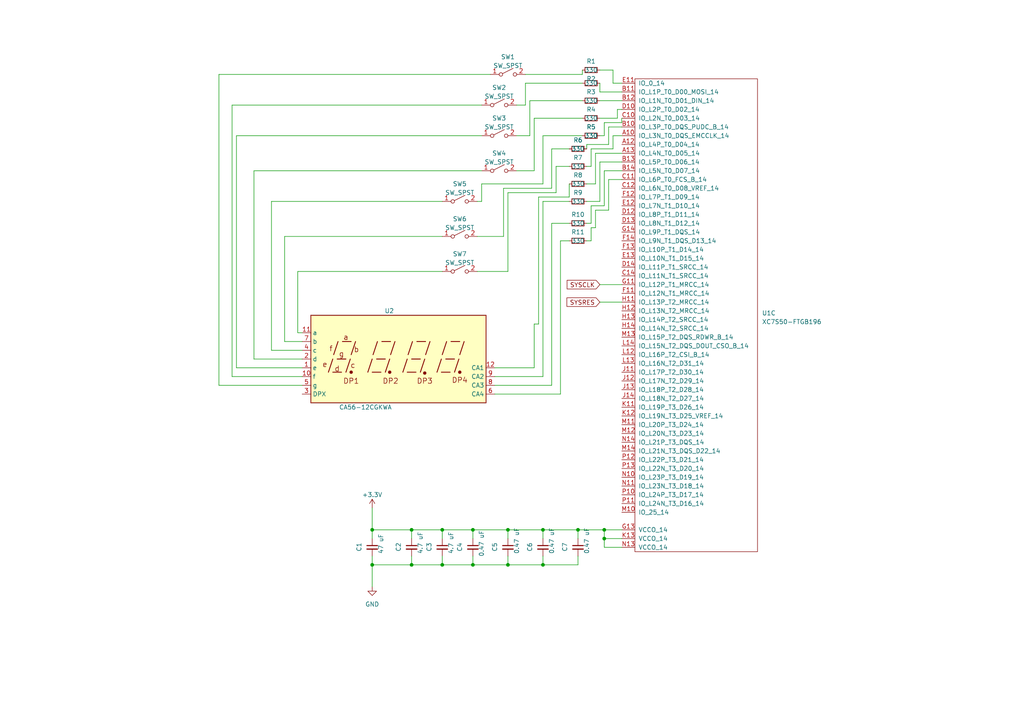
<source format=kicad_sch>
(kicad_sch (version 20230121) (generator eeschema)
  (paper "A4")
  (title_block (title "FPGA Vending Machine Project Schematic") (date "15/06/23"))
  (lib_symbols
    (symbol "Device:C_Small" (pin_numbers hide) (pin_names (offset 0.254) hide)
      (property "Reference" "C" (at 0.254 1.778 0))
      (property "Value" "C_Small" (at 0.254 -2.032 0))
      (symbol "C_Small_0_1"
        (polyline (pts (xy -1.524 -0.508) (xy 1.524 -0.508)) (stroke (width 0.3302)))
        (polyline (pts (xy -1.524 0.508) (xy 1.524 0.508)) (stroke (width 0.3048)))
      )
      (symbol "C_Small_1_1"
        (pin passive line (at 0 2.54 270) (length 2.032) (name "~") (number "1"))
        (pin passive line (at 0 -2.54 90) (length 2.032) (name "~") (number "2"))
      )
    )
    (symbol "Device:R_Small" (pin_numbers hide) (pin_names (offset 0.254) hide)
      (property "Reference" "R" (at 0.762 0.508 0))
      (property "Value" "R_Small" (at 0.762 -1.016 0))
      (symbol "R_Small_0_1"
        (rectangle (start -0.762 1.778) (end 0.762 -1.778) (stroke (width 0.2032)))
      )
      (symbol "R_Small_1_1"
        (pin passive line (at 0 2.54 270) (length 0.762) (name "~") (number "1"))
        (pin passive line (at 0 -2.54 90) (length 0.762) (name "~") (number "2"))
      )
    )
    (symbol "Display_Character:CA56-12CGKWA"
      (property "Reference" "U" (at -24.13 13.97 0))
      (property "Value" "CA56-12CGKWA" (at 17.78 13.97 0))
      (symbol "CA56-12CGKWA_0_0"
        (rectangle (start -25.4 12.7) (end 25.4 -12.7) (stroke (width 0.254)) (fill (type background)))
        (polyline (pts (xy -20.32 -3.81) (xy -19.05 0)) (stroke (width 0.254)))
        (polyline (pts (xy -19.05 -3.81) (xy -16.51 -3.81)) (stroke (width 0.254)))
        (polyline (pts (xy -18.796 1.27) (xy -17.526 5.08)) (stroke (width 0.254)))
        (polyline (pts (xy -17.78 0) (xy -15.24 0)) (stroke (width 0.254)))
        (polyline (pts (xy -16.256 5.08) (xy -13.716 5.08)) (stroke (width 0.254)))
        (polyline (pts (xy -15.24 -3.81) (xy -13.97 0)) (stroke (width 0.254)))
        (polyline (pts (xy -13.716 1.27) (xy -12.446 5.08)) (stroke (width 0.254)))
        (polyline (pts (xy -8.89 -3.81) (xy -7.62 0)) (stroke (width 0.254)))
        (polyline (pts (xy -7.62 -3.81) (xy -5.08 -3.81)) (stroke (width 0.254)))
        (polyline (pts (xy -7.366 1.27) (xy -6.096 5.08)) (stroke (width 0.254)))
        (polyline (pts (xy -6.35 0) (xy -3.81 0)) (stroke (width 0.254)))
        (polyline (pts (xy -4.826 5.08) (xy -2.286 5.08)) (stroke (width 0.254)))
        (polyline (pts (xy -3.81 -3.81) (xy -2.54 0)) (stroke (width 0.254)))
        (polyline (pts (xy -2.286 1.27) (xy -1.016 5.08)) (stroke (width 0.254)))
        (polyline (pts (xy 1.27 -3.81) (xy 2.54 0)) (stroke (width 0.254)))
        (polyline (pts (xy 2.54 -3.81) (xy 5.08 -3.81)) (stroke (width 0.254)))
        (polyline (pts (xy 2.794 1.27) (xy 4.064 5.08)) (stroke (width 0.254)))
        (polyline (pts (xy 3.81 0) (xy 6.35 0)) (stroke (width 0.254)))
        (polyline (pts (xy 5.334 5.08) (xy 7.874 5.08)) (stroke (width 0.254)))
        (polyline (pts (xy 6.35 -3.81) (xy 7.62 0)) (stroke (width 0.254)))
        (polyline (pts (xy 7.874 1.27) (xy 9.144 5.08)) (stroke (width 0.254)))
        (polyline (pts (xy 11.176 -3.81) (xy 12.446 0)) (stroke (width 0.254)))
        (polyline (pts (xy 12.446 -3.81) (xy 14.986 -3.81)) (stroke (width 0.254)))
        (polyline (pts (xy 12.7 1.27) (xy 13.97 5.08)) (stroke (width 0.254)))
        (polyline (pts (xy 13.716 0) (xy 16.256 0)) (stroke (width 0.254)))
        (polyline (pts (xy 15.24 5.08) (xy 17.78 5.08)) (stroke (width 0.254)))
        (polyline (pts (xy 16.256 -3.81) (xy 17.526 0)) (stroke (width 0.254)))
        (polyline (pts (xy 17.78 1.27) (xy 19.05 5.08)) (stroke (width 0.254)))
        (text "a" (at -15.24 6.35 0) (effects (font (size 1.524 1.524))))
        (text "b" (at -12.192 2.794 0) (effects (font (size 1.524 1.524))))
        (text "c" (at -13.208 -1.778 0) (effects (font (size 1.524 1.524))))
        (text "d" (at -17.78 -2.794 0) (effects (font (size 1.524 1.524))))
        (text "DP1" (at -13.716 -6.35 0) (effects (font (size 1.524 1.524))))
        (text "DP2" (at -2.286 -6.35 0) (effects (font (size 1.524 1.524))))
        (text "DP3" (at 7.62 -6.35 0) (effects (font (size 1.524 1.524))))
        (text "DP4" (at 17.78 -6.096 0) (effects (font (size 1.524 1.524))))
        (text "e" (at -21.336 -1.524 0) (effects (font (size 1.524 1.524))))
        (text "f" (at -19.558 3.048 0) (effects (font (size 1.524 1.524))))
        (text "g" (at -16.51 1.524 0) (effects (font (size 1.524 1.524))))
      )
      (symbol "CA56-12CGKWA_0_1"
        (circle (center -13.716 -3.81) (radius 0.3556) (stroke (width 0.254)) (fill (type outline)))
        (circle (center -2.54 -3.81) (radius 0.3556) (stroke (width 0.254)) (fill (type outline)))
      )
      (symbol "CA56-12CGKWA_1_0"
        (circle (center 7.62 -4.064) (radius 0.3556) (stroke (width 0.254)) (fill (type outline)))
        (circle (center 17.78 -3.81) (radius 0.3556) (stroke (width 0.254)) (fill (type outline)))
      )
      (symbol "CA56-12CGKWA_1_1"
        (pin input line (at -27.94 -2.54 0) (length 2.54) (name "e") (number "1"))
        (pin input line (at -27.94 -5.08 0) (length 2.54) (name "f") (number "10"))
        (pin input line (at -27.94 7.62 0) (length 2.54) (name "a") (number "11"))
        (pin input line (at 27.94 -2.54 180) (length 2.54) (name "CA1") (number "12"))
        (pin input line (at -27.94 0 0) (length 2.54) (name "d") (number "2"))
        (pin input line (at -27.94 -10.16 0) (length 2.54) (name "DPX") (number "3"))
        (pin input line (at -27.94 2.54 0) (length 2.54) (name "c") (number "4"))
        (pin input line (at -27.94 -7.62 0) (length 2.54) (name "g") (number "5"))
        (pin input line (at 27.94 -10.16 180) (length 2.54) (name "CA4") (number "6"))
        (pin input line (at -27.94 5.08 0) (length 2.54) (name "b") (number "7"))
        (pin input line (at 27.94 -7.62 180) (length 2.54) (name "CA3") (number "8"))
        (pin input line (at 27.94 -5.08 180) (length 2.54) (name "CA2") (number "9"))
      )
    )
    (symbol "FPGA_project_parts:XC7S50-FTGB196" (pin_names (offset 1.016))
      (property "Reference" "U" (at -1.27 69.85 0))
      (property "Value" "XC7S50-FTGB196" (at 0 -69.85 0))
      (symbol "XC7S50-FTGB196_1_1"
        (rectangle (start -7.62 31.75) (end 7.62 -31.75))
        (pin power_in line (at -11.43 30.48 0) (length 3.81) (name "GND") (number "A1"))
        (pin power_in line (at -11.43 22.86 0) (length 3.81) (name "GND") (number "A11"))
        (pin power_in line (at -11.43 20.32 0) (length 3.81) (name "GND") (number "A14"))
        (pin power_in line (at -11.43 27.94 0) (length 3.81) (name "GND") (number "A6"))
        (pin power_in line (at -11.43 25.4 0) (length 3.81) (name "GND") (number "A9"))
        (pin power_in line (at -11.43 17.78 0) (length 3.81) (name "GND") (number "B4"))
        (pin power_in line (at -11.43 15.24 0) (length 3.81) (name "GND") (number "B7"))
        (pin power_in line (at -11.43 12.7 0) (length 3.81) (name "GND") (number "B9"))
        (pin power_in line (at -11.43 -2.54 0) (length 3.81) (name "GND") (number "C13"))
        (pin power_in line (at -11.43 10.16 0) (length 3.81) (name "GND") (number "C2"))
        (pin power_in line (at -11.43 7.62 0) (length 3.81) (name "GND") (number "C6"))
        (pin power_in line (at -11.43 5.08 0) (length 3.81) (name "GND") (number "C7"))
        (pin power_in line (at -11.43 2.54 0) (length 3.81) (name "GND") (number "C8"))
        (pin power_in line (at -11.43 0 0) (length 3.81) (name "GND") (number "C9"))
        (pin power_in line (at -11.43 -12.7 0) (length 3.81) (name "GND") (number "D11"))
        (pin power_in line (at -11.43 -5.08 0) (length 3.81) (name "GND") (number "D5"))
        (pin power_in line (at -11.43 -7.62 0) (length 3.81) (name "GND") (number "D7"))
        (pin power_in line (at -11.43 -10.16 0) (length 3.81) (name "GND") (number "D9"))
        (pin power_in line (at -11.43 -15.24 0) (length 3.81) (name "GND") (number "E1"))
        (pin power_in line (at -11.43 -25.4 0) (length 3.81) (name "GND") (number "E10"))
        (pin power_in line (at -11.43 -27.94 0) (length 3.81) (name "GND") (number "E14"))
        (pin power_in line (at -11.43 -17.78 0) (length 3.81) (name "GND") (number "E3"))
        (pin power_in line (at -11.43 -20.32 0) (length 3.81) (name "GND") (number "E6"))
        (pin power_in line (at -11.43 -22.86 0) (length 3.81) (name "GND") (number "E8"))
        (pin power_in line (at 11.43 20.32 180) (length 3.81) (name "GND") (number "F5"))
        (pin power_in line (at 11.43 22.86 180) (length 3.81) (name "GND") (number "F9"))
        (pin power_in line (at 11.43 30.48 180) (length 3.81) (name "GND") (number "G10"))
        (pin power_in line (at -11.43 -30.48 0) (length 3.81) (name "GND") (number "G12"))
        (pin power_in line (at 11.43 25.4 180) (length 3.81) (name "GND") (number "G3"))
        (pin power_in line (at 11.43 27.94 180) (length 3.81) (name "GND") (number "G6"))
        (pin power_in line (at 11.43 0 180) (length 3.81) (name "GND") (number "H5"))
        (pin power_in line (at 11.43 2.54 180) (length 3.81) (name "GND") (number "H9"))
        (pin power_in line (at 11.43 7.62 180) (length 3.81) (name "GND") (number "J10"))
        (pin power_in line (at 11.43 5.08 180) (length 3.81) (name "GND") (number "J6"))
        (pin power_in line (at 11.43 10.16 180) (length 3.81) (name "GND") (number "K1"))
        (pin power_in line (at 11.43 -2.54 180) (length 3.81) (name "GND") (number "K14"))
        (pin power_in line (at 11.43 12.7 180) (length 3.81) (name "GND") (number "K5"))
        (pin power_in line (at 11.43 15.24 180) (length 3.81) (name "GND") (number "K7"))
        (pin power_in line (at 11.43 17.78 180) (length 3.81) (name "GND") (number "K9"))
        (pin power_in line (at 11.43 -12.7 180) (length 3.81) (name "GND") (number "L10"))
        (pin power_in line (at 11.43 -15.24 180) (length 3.81) (name "GND") (number "L11"))
        (pin power_in line (at 11.43 -5.08 180) (length 3.81) (name "GND") (number "L4"))
        (pin power_in line (at 11.43 -7.62 180) (length 3.81) (name "GND") (number "L6"))
        (pin power_in line (at 11.43 -10.16 180) (length 3.81) (name "GND") (number "L8"))
        (pin power_in line (at 11.43 -25.4 180) (length 3.81) (name "GND") (number "N12"))
        (pin power_in line (at 11.43 -17.78 180) (length 3.81) (name "GND") (number "N3"))
        (pin power_in line (at 11.43 -20.32 180) (length 3.81) (name "GND") (number "N5"))
        (pin power_in line (at 11.43 -22.86 180) (length 3.81) (name "GND") (number "N9"))
        (pin power_in line (at 11.43 -27.94 180) (length 3.81) (name "GND") (number "P1"))
        (pin power_in line (at 11.43 -30.48 180) (length 3.81) (name "GND") (number "P14"))
      )
      (symbol "XC7S50-FTGB196_2_1"
        (rectangle (start 10.16 12.7) (end -11.43 -12.7))
        (pin power_in line (at 13.97 11.43 180) (length 3.81) (name "VCCINT") (number "D6"))
        (pin power_in line (at 13.97 8.89 180) (length 3.81) (name "VCCINT") (number "D8"))
        (pin power_in line (at -15.24 -6.35 0) (length 3.81) (name "VCCBRAM") (number "E5"))
        (pin power_in line (at 13.97 6.35 180) (length 3.81) (name "VCCINT") (number "E7"))
        (pin power_in line (at 13.97 3.81 180) (length 3.81) (name "VCCINT") (number "E9"))
        (pin power_in line (at -15.24 11.43 0) (length 3.81) (name "VCCAUX") (number "F10"))
        (pin power_in line (at 13.97 1.27 180) (length 3.81) (name "VCCINT") (number "F6"))
        (pin power_in line (at -15.24 -8.89 0) (length 3.81) (name "VCCBRAM") (number "G5"))
        (pin power_in line (at 13.97 -1.27 180) (length 3.81) (name "VCCINT") (number "G9"))
        (pin power_in line (at -15.24 8.89 0) (length 3.81) (name "VCCAUX") (number "H10"))
        (pin power_in line (at 13.97 -3.81 180) (length 3.81) (name "VCCINT") (number "H6"))
        (pin power_in line (at -15.24 -11.43 0) (length 3.81) (name "VCCBRAM") (number "J5"))
        (pin power_in line (at 13.97 -6.35 180) (length 3.81) (name "VCCINT") (number "J9"))
        (pin power_in line (at -15.24 6.35 0) (length 3.81) (name "VCCAUX") (number "K10"))
        (pin power_in line (at 13.97 -8.89 180) (length 3.81) (name "VCCINT") (number "K6"))
        (pin power_in line (at 13.97 -11.43 180) (length 3.81) (name "VCCINT") (number "K8"))
        (pin power_in line (at -15.24 3.81 0) (length 3.81) (name "VCCAUX") (number "L9"))
      )
      (symbol "XC7S50-FTGB196_3_1"
        (rectangle (start -17.78 68.58) (end 17.78 -68.58))
        (pin bidirectional line (at -21.59 52.07 0) (length 3.81) (name "IO_L3N_T0_DQS_EMCCLK_14") (number "A10"))
        (pin bidirectional line (at -21.59 49.53 0) (length 3.81) (name "IO_L4P_T0_D04_14") (number "A12"))
        (pin bidirectional line (at -21.59 46.99 0) (length 3.81) (name "IO_L4N_T0_D05_14") (number "A13"))
        (pin bidirectional line (at -21.59 54.61 0) (length 3.81) (name "IO_L3P_T0_DQS_PUDC_B_14") (number "B10"))
        (pin bidirectional line (at -21.59 64.77 0) (length 3.81) (name "IO_L1P_T0_D00_MOSI_14") (number "B11"))
        (pin bidirectional line (at -21.59 62.23 0) (length 3.81) (name "IO_L1N_T0_D01_DIN_14") (number "B12"))
        (pin bidirectional line (at -21.59 44.45 0) (length 3.81) (name "IO_L5P_T0_D06_14") (number "B13"))
        (pin bidirectional line (at -21.59 41.91 0) (length 3.81) (name "IO_L5N_T0_D07_14") (number "B14"))
        (pin bidirectional line (at -21.59 57.15 0) (length 3.81) (name "IO_L2N_T0_D03_14") (number "C10"))
        (pin bidirectional line (at -21.59 39.37 0) (length 3.81) (name "IO_L6P_T0_FCS_B_14") (number "C11"))
        (pin bidirectional line (at -21.59 36.83 0) (length 3.81) (name "IO_L6N_T0_D08_VREF_14") (number "C12"))
        (pin bidirectional line (at -21.59 11.43 0) (length 3.81) (name "IO_L11N_T1_SRCC_14") (number "C14"))
        (pin bidirectional line (at -21.59 59.69 0) (length 3.81) (name "IO_L2P_T0_D02_14") (number "D10"))
        (pin bidirectional line (at -21.59 29.21 0) (length 3.81) (name "IO_L8P_T1_D11_14") (number "D12"))
        (pin bidirectional line (at -21.59 26.67 0) (length 3.81) (name "IO_L8N_T1_D12_14") (number "D13"))
        (pin bidirectional line (at -21.59 13.97 0) (length 3.81) (name "IO_L11P_T1_SRCC_14") (number "D14"))
        (pin bidirectional line (at -21.59 67.31 0) (length 3.81) (name "IO_0_14") (number "E11"))
        (pin bidirectional line (at -21.59 31.75 0) (length 3.81) (name "IO_L7N_T1_D10_14") (number "E12"))
        (pin bidirectional line (at -21.59 16.51 0) (length 3.81) (name "IO_L10N_T1_D15_14") (number "E13"))
        (pin bidirectional line (at -21.59 6.35 0) (length 3.81) (name "IO_L12N_T1_MRCC_14") (number "F11"))
        (pin bidirectional line (at -21.59 34.29 0) (length 3.81) (name "IO_L7P_T1_D09_14") (number "F12"))
        (pin bidirectional line (at -21.59 19.05 0) (length 3.81) (name "IO_L10P_T1_D14_14") (number "F13"))
        (pin bidirectional line (at -21.59 21.59 0) (length 3.81) (name "IO_L9N_T1_DQS_D13_14") (number "F14"))
        (pin bidirectional line (at -21.59 8.89 0) (length 3.81) (name "IO_L12P_T1_MRCC_14") (number "G11"))
        (pin power_in line (at -21.59 -62.23 0) (length 3.81) (name "VCCO_14") (number "G13"))
        (pin bidirectional line (at -21.59 24.13 0) (length 3.81) (name "IO_L9P_T1_DQS_14") (number "G14"))
        (pin bidirectional line (at -21.59 3.81 0) (length 3.81) (name "IO_L13P_T2_MRCC_14") (number "H11"))
        (pin bidirectional line (at -21.59 1.27 0) (length 3.81) (name "IO_L13N_T2_MRCC_14") (number "H12"))
        (pin bidirectional line (at -21.59 -1.27 0) (length 3.81) (name "IO_L14P_T2_SRCC_14") (number "H13"))
        (pin bidirectional line (at -21.59 -3.81 0) (length 3.81) (name "IO_L14N_T2_SRCC_14") (number "H14"))
        (pin bidirectional line (at -21.59 -16.51 0) (length 3.81) (name "IO_L17P_T2_D30_14") (number "J11"))
        (pin bidirectional line (at -21.59 -19.05 0) (length 3.81) (name "IO_L17N_T2_D29_14") (number "J12"))
        (pin bidirectional line (at -21.59 -21.59 0) (length 3.81) (name "IO_L18P_T2_D28_14") (number "J13"))
        (pin bidirectional line (at -21.59 -24.13 0) (length 3.81) (name "IO_L18N_T2_D27_14") (number "J14"))
        (pin bidirectional line (at -21.59 -26.67 0) (length 3.81) (name "IO_L19P_T3_D26_14") (number "K11"))
        (pin bidirectional line (at -21.59 -29.21 0) (length 3.81) (name "IO_L19N_T3_D25_VREF_14") (number "K12"))
        (pin power_in line (at -21.59 -64.77 0) (length 3.81) (name "VCCO_14") (number "K13"))
        (pin bidirectional line (at -21.59 -11.43 0) (length 3.81) (name "IO_L16P_T2_CSI_B_14") (number "L12"))
        (pin bidirectional line (at -21.59 -13.97 0) (length 3.81) (name "IO_L16N_T2_D31_14") (number "L13"))
        (pin bidirectional line (at -21.59 -8.89 0) (length 3.81) (name "IO_L15N_T2_DQS_DOUT_CSO_B_14") (number "L14"))
        (pin bidirectional line (at -21.59 -57.15 0) (length 3.81) (name "IO_25_14") (number "M10"))
        (pin bidirectional line (at -21.59 -31.75 0) (length 3.81) (name "IO_L20P_T3_D24_14") (number "M11"))
        (pin bidirectional line (at -21.59 -34.29 0) (length 3.81) (name "IO_L20N_T3_D23_14") (number "M12"))
        (pin bidirectional line (at -21.59 -6.35 0) (length 3.81) (name "IO_L15P_T2_DQS_RDWR_B_14") (number "M13"))
        (pin bidirectional line (at -21.59 -39.37 0) (length 3.81) (name "IO_L21N_T3_DQS_D22_14") (number "M14"))
        (pin bidirectional line (at -21.59 -46.99 0) (length 3.81) (name "IO_L23P_T3_D19_14") (number "N10"))
        (pin bidirectional line (at -21.59 -49.53 0) (length 3.81) (name "IO_L23N_T3_D18_14") (number "N11"))
        (pin power_in line (at -21.59 -67.31 0) (length 3.81) (name "VCCO_14") (number "N13"))
        (pin bidirectional line (at -21.59 -36.83 0) (length 3.81) (name "IO_L21P_T3_DQS_14") (number "N14"))
        (pin bidirectional line (at -21.59 -52.07 0) (length 3.81) (name "IO_L24P_T3_D17_14") (number "P10"))
        (pin bidirectional line (at -21.59 -54.61 0) (length 3.81) (name "IO_L24N_T3_D16_14") (number "P11"))
        (pin bidirectional line (at -21.59 -41.91 0) (length 3.81) (name "IO_L22P_T3_D21_14") (number "P12"))
        (pin bidirectional line (at -21.59 -44.45 0) (length 3.81) (name "IO_L22N_T3_D20_14") (number "P13"))
      )
      (symbol "XC7S50-FTGB196_4_1"
        (rectangle (start -17.78 68.58) (end 17.78 -68.58))
        (pin bidirectional line (at -21.59 52.07 0) (length 3.81) (name "IO_L3N_T0_DQS_34") (number "A2"))
        (pin bidirectional line (at -21.59 57.15 0) (length 3.81) (name "IO_L2N_T0_34") (number "A3"))
        (pin bidirectional line (at -21.59 59.69 0) (length 3.81) (name "IO_L2P_T0_34") (number "A4"))
        (pin bidirectional line (at -21.59 46.99 0) (length 3.81) (name "IO_L4N_T0_34") (number "A5"))
        (pin bidirectional line (at -21.59 41.91 0) (length 3.81) (name "IO_L5N_T0_34") (number "B1"))
        (pin bidirectional line (at -21.59 44.45 0) (length 3.81) (name "IO_L5P_T0_34") (number "B2"))
        (pin bidirectional line (at -21.59 54.61 0) (length 3.81) (name "IO_L3P_T0_DQS_34") (number "B3"))
        (pin bidirectional line (at -21.59 49.53 0) (length 3.81) (name "IO_L4P_T0_34") (number "B5"))
        (pin bidirectional line (at -21.59 67.31 0) (length 3.81) (name "IO_0_34") (number "B6"))
        (pin bidirectional line (at -21.59 11.43 0) (length 3.81) (name "IO_L11N_T1_SRCC_34") (number "C1"))
        (pin bidirectional line (at -21.59 62.23 0) (length 3.81) (name "IO_L1N_T0_34") (number "C3"))
        (pin bidirectional line (at -21.59 36.83 0) (length 3.81) (name "IO_L6N_T0_VREF_34") (number "C4"))
        (pin bidirectional line (at -21.59 39.37 0) (length 3.81) (name "IO_L6P_T0_34") (number "C5"))
        (pin bidirectional line (at -21.59 13.97 0) (length 3.81) (name "IO_L11P_T1_SRCC_34") (number "D1"))
        (pin bidirectional line (at -21.59 16.51 0) (length 3.81) (name "IO_L10N_T1_34") (number "D2"))
        (pin bidirectional line (at -21.59 64.77 0) (length 3.81) (name "IO_L1P_T0_34") (number "D3"))
        (pin bidirectional line (at -21.59 31.75 0) (length 3.81) (name "IO_L7N_T1_34") (number "D4"))
        (pin bidirectional line (at -21.59 19.05 0) (length 3.81) (name "IO_L10P_T1_34") (number "E2"))
        (pin bidirectional line (at -21.59 34.29 0) (length 3.81) (name "IO_L7P_T1_34") (number "E4"))
        (pin bidirectional line (at -21.59 21.59 0) (length 3.81) (name "IO_L9N_T1_DQS_34") (number "F1"))
        (pin bidirectional line (at -21.59 26.67 0) (length 3.81) (name "IO_L8N_T1_34") (number "F2"))
        (pin bidirectional line (at -21.59 29.21 0) (length 3.81) (name "IO_L8P_T1_34") (number "F3"))
        (pin bidirectional line (at -21.59 6.35 0) (length 3.81) (name "IO_L12N_T1_MRCC_34") (number "F4"))
        (pin bidirectional line (at -21.59 24.13 0) (length 3.81) (name "IO_L9P_T1_DQS_34") (number "G1"))
        (pin power_in line (at -21.59 -62.23 0) (length 3.81) (name "VCCO_34") (number "G2"))
        (pin bidirectional line (at -21.59 8.89 0) (length 3.81) (name "IO_L12P_T1_MRCC_34") (number "G4"))
        (pin bidirectional line (at -21.59 -3.81 0) (length 3.81) (name "IO_L14N_T2_SRCC_34") (number "H1"))
        (pin bidirectional line (at -21.59 -1.27 0) (length 3.81) (name "IO_L14P_T2_SRCC_34") (number "H2"))
        (pin bidirectional line (at -21.59 1.27 0) (length 3.81) (name "IO_L13N_T2_MRCC_34") (number "H3"))
        (pin bidirectional line (at -21.59 3.81 0) (length 3.81) (name "IO_L13P_T2_MRCC_34") (number "H4"))
        (pin bidirectional line (at -21.59 -8.89 0) (length 3.81) (name "IO_L15N_T2_DQS_34") (number "J1"))
        (pin bidirectional line (at -21.59 -6.35 0) (length 3.81) (name "IO_L15P_T2_DQS_34") (number "J2"))
        (pin bidirectional line (at -21.59 -19.05 0) (length 3.81) (name "IO_L17N_T2_34") (number "J3"))
        (pin bidirectional line (at -21.59 -16.51 0) (length 3.81) (name "IO_L17P_T2_34") (number "J4"))
        (pin power_in line (at -21.59 -64.77 0) (length 3.81) (name "VCCO_34") (number "K2"))
        (pin bidirectional line (at -21.59 -13.97 0) (length 3.81) (name "IO_L16N_T2_34") (number "K3"))
        (pin bidirectional line (at -21.59 -11.43 0) (length 3.81) (name "IO_L16P_T2_34") (number "K4"))
        (pin bidirectional line (at -21.59 -24.13 0) (length 3.81) (name "IO_L18N_T2_34") (number "L1"))
        (pin bidirectional line (at -21.59 -44.45 0) (length 3.81) (name "IO_L22N_T3_34") (number "L2"))
        (pin bidirectional line (at -21.59 -41.91 0) (length 3.81) (name "IO_L22P_T3_34") (number "L3"))
        (pin bidirectional line (at -21.59 -57.15 0) (length 3.81) (name "IO_25_34") (number "L5"))
        (pin bidirectional line (at -21.59 -21.59 0) (length 3.81) (name "IO_L18P_T2_34") (number "M1"))
        (pin bidirectional line (at -21.59 -29.21 0) (length 3.81) (name "IO_L19N_T3_VREF_34") (number "M2"))
        (pin bidirectional line (at -21.59 -26.67 0) (length 3.81) (name "IO_L19P_T3_34") (number "M3"))
        (pin bidirectional line (at -21.59 -49.53 0) (length 3.81) (name "IO_L23N_T3_34") (number "M4"))
        (pin bidirectional line (at -21.59 -46.99 0) (length 3.81) (name "IO_L23P_T3_34") (number "M5"))
        (pin bidirectional line (at -21.59 -34.29 0) (length 3.81) (name "IO_L20N_T3_34") (number "N1"))
        (pin power_in line (at -21.59 -67.31 0) (length 3.81) (name "VCCO_34") (number "N2"))
        (pin bidirectional line (at -21.59 -54.61 0) (length 3.81) (name "IO_L24N_T3_34") (number "N4"))
        (pin bidirectional line (at -21.59 -31.75 0) (length 3.81) (name "IO_L20P_T3_34") (number "P2"))
        (pin bidirectional line (at -21.59 -39.37 0) (length 3.81) (name "IO_L21N_T3_DQS_34") (number "P3"))
        (pin bidirectional line (at -21.59 -36.83 0) (length 3.81) (name "IO_L21P_T3_DQS_34") (number "P4"))
        (pin bidirectional line (at -21.59 -52.07 0) (length 3.81) (name "IO_L24P_T3_34") (number "P5"))
      )
      (symbol "XC7S50-FTGB196_5_1"
        (rectangle (start -7.62 41.91) (end 7.62 -41.91))
        (pin input clock (at -11.43 25.4 0) (length 3.81) (name "TCK_0") (number "A7"))
        (pin output clock (at -11.43 -17.78 0) (length 3.81) (name "CCLK_0") (number "A8"))
        (pin power_in line (at -11.43 33.02 0) (length 3.81) (name "VCCBATT_0") (number "B8"))
        (pin power_in line (at -11.43 38.1 0) (length 3.81) (name "GNDADC_0") (number "F7"))
        (pin power_in line (at -11.43 40.64 0) (length 3.81) (name "VCCADC_0") (number "F8"))
        (pin input line (at -11.43 12.7 0) (length 3.81) (name "VREFN_0") (number "G7"))
        (pin input line (at -11.43 7.62 0) (length 3.81) (name "VP_0") (number "G8"))
        (pin input line (at -11.43 5.08 0) (length 3.81) (name "VN_0") (number "H7"))
        (pin input line (at -11.43 15.24 0) (length 3.81) (name "VREFP_0") (number "H8"))
        (pin passive line (at -11.43 -2.54 0) (length 3.81) (name "DXN_0") (number "J7"))
        (pin passive line (at -11.43 0 0) (length 3.81) (name "DXP_0") (number "J8"))
        (pin bidirectional line (at -11.43 -33.02 0) (length 3.81) (name "PROGRAM_B_0") (number "L7"))
        (pin input line (at -11.43 27.94 0) (length 3.81) (name "TMS_0") (number "M6"))
        (pin input line (at -11.43 -7.62 0) (length 3.81) (name "M0_0") (number "M7"))
        (pin input line (at -11.43 -10.16 0) (length 3.81) (name "M1_0") (number "M8"))
        (pin input line (at -11.43 -12.7 0) (length 3.81) (name "M2_0") (number "M9"))
        (pin power_in line (at -11.43 -38.1 0) (length 3.81) (name "VCCO_0") (number "N6"))
        (pin passive line (at -11.43 -22.86 0) (length 3.81) (name "CFGBVS_0") (number "N7"))
        (pin power_in line (at -11.43 -40.64 0) (length 3.81) (name "VCCO_0") (number "N8"))
        (pin output line (at -11.43 20.32 0) (length 3.81) (name "TDO_0") (number "P6"))
        (pin input line (at -11.43 22.86 0) (length 3.81) (name "TDI_0") (number "P7"))
        (pin passive line (at -11.43 -30.48 0) (length 3.81) (name "INIT_B_0") (number "P8"))
        (pin passive line (at -11.43 -27.94 0) (length 3.81) (name "DONE_0") (number "P9"))
      )
    )
    (symbol "Switch:SW_SPST" (pin_names (offset 0) hide)
      (property "Reference" "SW" (at 0 3.175 0))
      (property "Value" "SW_SPST" (at 0 -2.54 0))
      (symbol "SW_SPST_0_0"
        (circle (center -2.032 0) (radius 0.508))
        (polyline (pts (xy -1.524 0.254) (xy 1.524 1.778)))
        (circle (center 2.032 0) (radius 0.508))
      )
      (symbol "SW_SPST_1_1"
        (pin passive line (at -5.08 0 0) (length 2.54) (name "A") (number "1"))
        (pin passive line (at 5.08 0 180) (length 2.54) (name "B") (number "2"))
      )
    )
    (symbol "power:+3.3V" (power) (pin_names (offset 0))
      (property "Value" "+3.3V" (at 0 3.556 0))
      (symbol "+3.3V_0_1"
        (polyline (pts (xy -0.762 1.27) (xy 0 2.54)))
        (polyline (pts (xy 0 0) (xy 0 2.54)))
        (polyline (pts (xy 0 2.54) (xy 0.762 1.27)))
      )
      (symbol "+3.3V_1_1"
        (pin power_in line (at 0 0 90) (length 0) hide (name "+3.3V") (number "1"))
      )
    )
    (symbol "power:GND" (power) (pin_names (offset 0))
      (property "Value" "GND" (at 0 -3.81 0))
      (symbol "GND_0_1"
        (polyline (pts (xy 0 0) (xy 0 -1.27) (xy 1.27 -1.27) (xy 0 -2.54) (xy -1.27 -1.27) (xy 0 -1.27)))
      )
      (symbol "GND_1_1"
        (pin power_in line (at 0 0 270) (length 0) hide (name "GND") (number "1"))
      )
    )
  )
  (junction (at 157.48 163.83))
  (junction (at 119.38 153.67))
  (junction (at 147.32 163.83))
  (junction (at 175.26 156.21))
  (junction (at 128.27 153.67))
  (junction (at 107.95 163.83))
  (junction (at 157.48 153.67))
  (junction (at 167.64 153.67))
  (junction (at 175.26 153.67))
  (junction (at 137.16 153.67))
  (junction (at 128.27 163.83))
  (junction (at 107.95 153.67))
  (junction (at 137.16 163.83))
  (junction (at 119.38 163.83))
  (junction (at 147.32 153.67))
  (wire (pts (xy 139.7 53.34) (xy 157.48 53.34)))
  (wire (pts (xy 137.16 153.67) (xy 147.32 153.67)))
  (wire (pts (xy 172.72 60.96) (xy 172.72 66.04)))
  (wire (pts (xy 138.43 58.42) (xy 139.7 58.42)))
  (wire (pts (xy 180.34 52.07) (xy 176.53 52.07)))
  (wire (pts (xy 152.4 21.59) (xy 168.91 21.59)))
  (wire (pts (xy 137.16 161.29) (xy 137.16 163.83)))
  (wire (pts (xy 147.32 163.83) (xy 157.48 163.83)))
  (wire (pts (xy 180.34 44.45) (xy 172.72 44.45)))
  (wire (pts (xy 143.51 111.76) (xy 160.02 111.76)))
  (wire (pts (xy 156.21 57.15) (xy 156.21 93.98)))
  (wire (pts (xy 67.31 109.22) (xy 87.63 109.22)))
  (wire (pts (xy 171.45 64.77) (xy 170.18 64.77)))
  (wire (pts (xy 107.95 163.83) (xy 119.38 163.83)))
  (wire (pts (xy 172.72 44.45) (xy 172.72 53.34)))
  (wire (pts (xy 175.26 156.21) (xy 175.26 158.75)))
  (wire (pts (xy 149.86 49.53) (xy 154.94 49.53)))
  (wire (pts (xy 180.34 35.56) (xy 175.26 35.56)))
  (wire (pts (xy 171.45 59.69) (xy 171.45 64.77)))
  (wire (pts (xy 154.94 34.29) (xy 168.91 34.29)))
  (wire (pts (xy 107.95 153.67) (xy 119.38 153.67)))
  (wire (pts (xy 68.58 106.68) (xy 87.63 106.68)))
  (wire (pts (xy 107.95 147.32) (xy 107.95 153.67)))
  (wire (pts (xy 170.18 43.18) (xy 170.18 41.91)))
  (wire (pts (xy 165.1 57.15) (xy 156.21 57.15)))
  (wire (pts (xy 146.05 68.58) (xy 146.05 54.61)))
  (wire (pts (xy 149.86 30.48) (xy 152.4 30.48)))
  (wire (pts (xy 170.18 48.26) (xy 171.45 48.26)))
  (wire (pts (xy 176.53 52.07) (xy 176.53 60.96)))
  (wire (pts (xy 177.8 24.13) (xy 180.34 24.13)))
  (wire (pts (xy 173.99 24.13) (xy 173.99 26.67)))
  (wire (pts (xy 180.34 156.21) (xy 175.26 156.21)))
  (wire (pts (xy 128.27 161.29) (xy 128.27 163.83)))
  (wire (pts (xy 173.99 82.55) (xy 180.34 82.55)))
  (wire (pts (xy 128.27 78.74) (xy 86.36 78.74)))
  (wire (pts (xy 157.48 156.21) (xy 157.48 153.67)))
  (wire (pts (xy 107.95 161.29) (xy 107.95 163.83)))
  (wire (pts (xy 171.45 66.04) (xy 171.45 69.85)))
  (wire (pts (xy 147.32 55.88) (xy 147.32 78.74)))
  (wire (pts (xy 165.1 48.26) (xy 161.29 48.26)))
  (wire (pts (xy 160.02 43.18) (xy 165.1 43.18)))
  (wire (pts (xy 175.26 39.37) (xy 173.99 39.37)))
  (wire (pts (xy 167.64 153.67) (xy 167.64 156.21)))
  (wire (pts (xy 82.55 99.06) (xy 87.63 99.06)))
  (wire (pts (xy 170.18 41.91) (xy 176.53 41.91)))
  (wire (pts (xy 147.32 161.29) (xy 147.32 163.83)))
  (wire (pts (xy 157.48 161.29) (xy 157.48 163.83)))
  (wire (pts (xy 177.8 39.37) (xy 180.34 39.37)))
  (wire (pts (xy 157.48 53.34) (xy 157.48 39.37)))
  (wire (pts (xy 176.53 60.96) (xy 172.72 60.96)))
  (wire (pts (xy 73.66 104.14) (xy 87.63 104.14)))
  (wire (pts (xy 149.86 39.37) (xy 153.67 39.37)))
  (wire (pts (xy 139.7 58.42) (xy 139.7 53.34)))
  (wire (pts (xy 128.27 153.67) (xy 137.16 153.67)))
  (wire (pts (xy 180.34 46.99) (xy 173.99 46.99)))
  (wire (pts (xy 175.26 35.56) (xy 175.26 39.37)))
  (wire (pts (xy 157.48 58.42) (xy 165.1 58.42)))
  (wire (pts (xy 176.53 36.83) (xy 180.34 36.83)))
  (wire (pts (xy 138.43 78.74) (xy 147.32 78.74)))
  (wire (pts (xy 128.27 58.42) (xy 78.74 58.42)))
  (wire (pts (xy 177.8 20.32) (xy 177.8 24.13)))
  (wire (pts (xy 86.36 96.52) (xy 87.63 96.52)))
  (wire (pts (xy 175.26 49.53) (xy 175.26 59.69)))
  (wire (pts (xy 172.72 53.34) (xy 170.18 53.34)))
  (wire (pts (xy 160.02 64.77) (xy 160.02 111.76)))
  (wire (pts (xy 137.16 153.67) (xy 137.16 156.21)))
  (wire (pts (xy 167.64 153.67) (xy 175.26 153.67)))
  (wire (pts (xy 152.4 24.13) (xy 168.91 24.13)))
  (wire (pts (xy 173.99 58.42) (xy 170.18 58.42)))
  (wire (pts (xy 162.56 69.85) (xy 162.56 114.3)))
  (wire (pts (xy 147.32 153.67) (xy 157.48 153.67)))
  (wire (pts (xy 172.72 66.04) (xy 171.45 66.04)))
  (wire (pts (xy 162.56 69.85) (xy 165.1 69.85)))
  (wire (pts (xy 157.48 58.42) (xy 157.48 109.22)))
  (wire (pts (xy 173.99 34.29) (xy 179.07 34.29)))
  (wire (pts (xy 161.29 55.88) (xy 147.32 55.88)))
  (wire (pts (xy 167.64 163.83) (xy 167.64 161.29)))
  (wire (pts (xy 107.95 153.67) (xy 107.95 156.21)))
  (wire (pts (xy 119.38 163.83) (xy 128.27 163.83)))
  (wire (pts (xy 67.31 30.48) (xy 67.31 109.22)))
  (wire (pts (xy 171.45 43.18) (xy 171.45 48.26)))
  (wire (pts (xy 176.53 41.91) (xy 176.53 36.83)))
  (wire (pts (xy 63.5 21.59) (xy 63.5 111.76)))
  (wire (pts (xy 143.51 114.3) (xy 162.56 114.3)))
  (wire (pts (xy 175.26 59.69) (xy 171.45 59.69)))
  (wire (pts (xy 73.66 49.53) (xy 73.66 104.14)))
  (wire (pts (xy 157.48 163.83) (xy 167.64 163.83)))
  (wire (pts (xy 154.94 106.68) (xy 143.51 106.68)))
  (wire (pts (xy 152.4 30.48) (xy 152.4 24.13)))
  (wire (pts (xy 154.94 49.53) (xy 154.94 34.29)))
  (wire (pts (xy 171.45 69.85) (xy 170.18 69.85)))
  (wire (pts (xy 153.67 39.37) (xy 153.67 29.21)))
  (wire (pts (xy 119.38 153.67) (xy 128.27 153.67)))
  (wire (pts (xy 153.67 29.21) (xy 168.91 29.21)))
  (wire (pts (xy 160.02 54.61) (xy 160.02 43.18)))
  (wire (pts (xy 107.95 163.83) (xy 107.95 170.18)))
  (wire (pts (xy 128.27 163.83) (xy 137.16 163.83)))
  (wire (pts (xy 173.99 26.67) (xy 180.34 26.67)))
  (wire (pts (xy 86.36 78.74) (xy 86.36 96.52)))
  (wire (pts (xy 138.43 68.58) (xy 146.05 68.58)))
  (wire (pts (xy 143.51 109.22) (xy 157.48 109.22)))
  (wire (pts (xy 157.48 153.67) (xy 167.64 153.67)))
  (wire (pts (xy 173.99 29.21) (xy 180.34 29.21)))
  (wire (pts (xy 147.32 153.67) (xy 147.32 156.21)))
  (wire (pts (xy 119.38 161.29) (xy 119.38 163.83)))
  (wire (pts (xy 157.48 39.37) (xy 168.91 39.37)))
  (wire (pts (xy 139.7 49.53) (xy 73.66 49.53)))
  (wire (pts (xy 82.55 68.58) (xy 82.55 99.06)))
  (wire (pts (xy 128.27 153.67) (xy 128.27 156.21)))
  (wire (pts (xy 179.07 31.75) (xy 180.34 31.75)))
  (wire (pts (xy 160.02 64.77) (xy 165.1 64.77)))
  (wire (pts (xy 177.8 43.18) (xy 171.45 43.18)))
  (wire (pts (xy 180.34 153.67) (xy 175.26 153.67)))
  (wire (pts (xy 180.34 34.29) (xy 180.34 35.56)))
  (wire (pts (xy 165.1 53.34) (xy 165.1 57.15)))
  (wire (pts (xy 180.34 49.53) (xy 175.26 49.53)))
  (wire (pts (xy 161.29 48.26) (xy 161.29 55.88)))
  (wire (pts (xy 68.58 39.37) (xy 68.58 106.68)))
  (wire (pts (xy 179.07 34.29) (xy 179.07 31.75)))
  (wire (pts (xy 63.5 111.76) (xy 87.63 111.76)))
  (wire (pts (xy 154.94 93.98) (xy 154.94 106.68)))
  (wire (pts (xy 139.7 39.37) (xy 68.58 39.37)))
  (wire (pts (xy 180.34 158.75) (xy 175.26 158.75)))
  (wire (pts (xy 173.99 46.99) (xy 173.99 58.42)))
  (wire (pts (xy 175.26 153.67) (xy 175.26 156.21)))
  (wire (pts (xy 173.99 87.63) (xy 180.34 87.63)))
  (wire (pts (xy 142.24 21.59) (xy 63.5 21.59)))
  (wire (pts (xy 78.74 101.6) (xy 87.63 101.6)))
  (wire (pts (xy 177.8 39.37) (xy 177.8 43.18)))
  (wire (pts (xy 168.91 21.59) (xy 168.91 20.32)))
  (wire (pts (xy 128.27 68.58) (xy 82.55 68.58)))
  (wire (pts (xy 78.74 58.42) (xy 78.74 101.6)))
  (wire (pts (xy 156.21 93.98) (xy 154.94 93.98)))
  (wire (pts (xy 139.7 30.48) (xy 67.31 30.48)))
  (wire (pts (xy 146.05 54.61) (xy 160.02 54.61)))
  (wire (pts (xy 173.99 20.32) (xy 177.8 20.32)))
  (wire (pts (xy 119.38 153.67) (xy 119.38 156.21)))
  (wire (pts (xy 137.16 163.83) (xy 147.32 163.83)))
  (global_label "SYSCLK" (shape input) (at 173.99 82.55 180) (property "Intersheetrefs" "${INTERSHEET_REFS}" (effects hide)))
  (global_label "SYSRES" (shape input) (at 173.99 87.63 180) (property "Intersheetrefs" "${INTERSHEET_REFS}" (effects hide)))
  (symbol (lib_id "Device:C_Small") (at 119.38 158.75 0) (unit 1)
    (property "Reference" "C2" (at 115.57 160.02 90) (effects (justify left)))
    (property "Value" "4.7 uF" (at 121.92 160.6613 90) (effects (justify left)))
    (property "Footprint" "Capacitor_SMD:C_0201_0603Metric" (effects hide))
    (instances (project "vendinMachineSchematic" (path "" (reference "C2") (unit 1))) (project "VendingMachine" (path "" (reference "C21") (unit 1))))
  )
  (symbol (lib_id "Device:R_Small") (at 171.45 29.21 270) (unit 1)
    (property "Reference" "R3" (at 171.45 26.67 90))
    (property "Value" "330" (at 171.45 29.21 90))
    (property "Footprint" "Resistor_SMD:R_0402_1005Metric" (effects hide))
    (instances (project "vendinMachineSchematic" (path "" (reference "R3") (unit 1))) (project "VendingMachine" (path "" (reference "R14") (unit 1))))
  )
  (symbol (lib_id "Device:R_Small") (at 171.45 24.13 270) (unit 1)
    (property "Reference" "R2" (at 171.45 22.86 90))
    (property "Value" "330" (at 171.45 24.13 90))
    (property "Footprint" "Resistor_SMD:R_0402_1005Metric" (effects hide))
    (instances (project "vendinMachineSchematic" (path "" (reference "R2") (unit 1))) (project "VendingMachine" (path "" (reference "R13") (unit 1))))
  )
  (symbol (lib_id "Switch:SW_SPST") (at 147.32 21.59 0) (unit 1)
    (property "Reference" "SW1" (at 147.32 16.51 0))
    (property "Value" "SW_SPST" (at 147.32 19.05 0))
    (property "Footprint" "Button_Switch_SMD:SW_Tactile_SPST_NO_Straight_CK_PTS636Sx25SMTRLFS" (effects hide))
    (instances (project "vendinMachineSchematic" (path "" (reference "SW1") (unit 1))) (project "VendingMachine" (path "" (reference "SW7") (unit 1))))
  )
  (symbol (lib_id "Device:R_Small") (at 167.64 48.26 270) (unit 1)
    (property "Reference" "R7" (at 167.64 45.72 90))
    (property "Value" "330" (at 167.64 48.26 90))
    (property "Footprint" "Resistor_SMD:R_0402_1005Metric" (effects hide))
  )
  (symbol (lib_id "power:+3.3V") (at 107.95 147.32 0) (unit 1)
    (property "Reference" "#PWR01" (effects hide))
    (property "Value" "+3.3V" (at 107.95 143.51 0))
    (instances (project "vendinMachineSchematic" (path "" (reference "#PWR01") (unit 1))) (project "VendingMachine" (path "" (reference "#PWR028") (unit 1))))
  )
  (symbol (lib_id "Device:R_Small") (at 167.64 53.34 270) (unit 1)
    (property "Reference" "R8" (at 167.64 50.8 90))
    (property "Value" "330" (at 167.64 53.34 90))
    (property "Footprint" "Resistor_SMD:R_0402_1005Metric" (effects hide))
  )
  (symbol (lib_id "Device:C_Small") (at 137.16 158.75 0) (unit 1)
    (property "Reference" "C4" (at 133.35 160.02 90) (effects (justify left)))
    (property "Value" "0.47 uF" (at 139.661 161.4497 90) (effects (justify left)))
    (property "Footprint" "Capacitor_SMD:C_0201_0603Metric" (effects hide))
    (instances (project "vendinMachineSchematic" (path "" (reference "C4") (unit 1))) (project "VendingMachine" (path "" (reference "C23") (unit 1))))
  )
  (symbol (lib_id "Device:R_Small") (at 167.64 64.77 270) (unit 1)
    (property "Reference" "R10" (at 167.64 62.23 90))
    (property "Value" "330" (at 167.64 64.77 90))
    (property "Footprint" "Resistor_SMD:R_0402_1005Metric" (effects hide))
  )
  (symbol (lib_id "Device:R_Small") (at 167.64 43.18 270) (unit 1)
    (property "Reference" "R6" (at 167.64 40.64 90))
    (property "Value" "330" (at 167.64 43.18 90))
    (property "Footprint" "Resistor_SMD:R_0402_1005Metric" (effects hide))
  )
  (symbol (lib_id "Device:C_Small") (at 128.27 158.75 0) (unit 1)
    (property "Reference" "C3" (at 124.46 160.02 90) (effects (justify left)))
    (property "Value" "4.7 uF" (at 130.81 160.6613 90) (effects (justify left)))
    (property "Footprint" "Capacitor_SMD:C_0201_0603Metric" (effects hide))
    (instances (project "vendinMachineSchematic" (path "" (reference "C3") (unit 1))) (project "VendingMachine" (path "" (reference "C22") (unit 1))))
  )
  (symbol (lib_id "Device:C_Small") (at 167.64 158.75 0) (unit 1)
    (property "Reference" "C7" (at 163.83 160.02 90) (effects (justify left)))
    (property "Value" "0.47 uF" (at 170.18 160.6613 90) (effects (justify left)))
    (property "Footprint" "Capacitor_SMD:C_0201_0603Metric" (effects hide))
    (instances (project "vendinMachineSchematic" (path "" (reference "C7") (unit 1))) (project "VendingMachine" (path "" (reference "C26") (unit 1))))
  )
  (symbol (lib_id "Device:R_Small") (at 167.64 58.42 270) (unit 1)
    (property "Reference" "R9" (at 167.64 55.88 90))
    (property "Value" "330" (at 167.64 58.42 90))
    (property "Footprint" "Resistor_SMD:R_0402_1005Metric" (effects hide))
  )
  (symbol (lib_id "Switch:SW_SPST") (at 144.78 39.37 0) (unit 1)
    (property "Reference" "SW3" (at 144.78 34.29 0))
    (property "Value" "SW_SPST" (at 144.78 36.83 0))
    (property "Footprint" "Button_Switch_SMD:SW_Tactile_SPST_NO_Straight_CK_PTS636Sx25SMTRLFS" (effects hide))
    (instances (project "vendinMachineSchematic" (path "" (reference "SW3") (unit 1))) (project "VendingMachine" (path "" (reference "SW5") (unit 1))))
  )
  (symbol (lib_id "Device:R_Small") (at 171.45 34.29 270) (unit 1)
    (property "Reference" "R4" (at 171.45 31.75 90))
    (property "Value" "330" (at 171.45 34.29 90))
    (property "Footprint" "Resistor_SMD:R_0402_1005Metric" (effects hide))
    (instances (project "vendinMachineSchematic" (path "" (reference "R4") (unit 1))) (project "VendingMachine" (path "" (reference "R15") (unit 1))))
  )
  (symbol (lib_id "Device:R_Small") (at 171.45 20.32 270) (unit 1)
    (property "Reference" "R1" (at 171.45 17.78 90))
    (property "Value" "330" (at 171.45 20.32 90))
    (property "Footprint" "Resistor_SMD:R_0402_1005Metric" (effects hide))
    (instances (project "vendinMachineSchematic" (path "" (reference "R1") (unit 1))) (project "VendingMachine" (path "" (reference "R12") (unit 1))))
  )
  (symbol (lib_id "Switch:SW_SPST") (at 133.35 58.42 0) (unit 1)
    (property "Reference" "SW5" (at 133.35 53.34 0))
    (property "Value" "SW_SPST" (at 133.35 55.88 0))
    (property "Footprint" "Button_Switch_SMD:SW_Tactile_SPST_NO_Straight_CK_PTS636Sx25SMTRLFS" (effects hide))
    (instances (project "vendinMachineSchematic" (path "" (reference "SW5") (unit 1))) (project "VendingMachine" (path "" (reference "SW1") (unit 1))))
  )
  (symbol (lib_id "Device:R_Small") (at 171.45 39.37 270) (unit 1)
    (property "Reference" "R5" (at 171.45 36.83 90))
    (property "Value" "330" (at 171.45 39.37 90))
    (property "Footprint" "Resistor_SMD:R_0402_1005Metric" (effects hide))
    (instances (project "vendinMachineSchematic" (path "" (reference "R5") (unit 1))) (project "VendingMachine" (path "" (reference "R16") (unit 1))))
  )
  (symbol (lib_id "Switch:SW_SPST") (at 133.35 78.74 0) (unit 1)
    (property "Reference" "SW7" (at 133.35 73.66 0))
    (property "Value" "SW_SPST" (at 133.35 76.2 0))
    (property "Footprint" "Button_Switch_SMD:SW_Tactile_SPST_NO_Straight_CK_PTS636Sx25SMTRLFS" (effects hide))
    (instances (project "vendinMachineSchematic" (path "" (reference "SW7") (unit 1))) (project "VendingMachine" (path "" (reference "SW3") (unit 1))))
  )
  (symbol (lib_id "Switch:SW_SPST") (at 133.35 68.58 0) (unit 1)
    (property "Reference" "SW6" (at 133.35 63.5 0))
    (property "Value" "SW_SPST" (at 133.35 66.04 0))
    (property "Footprint" "Button_Switch_SMD:SW_Tactile_SPST_NO_Straight_CK_PTS636Sx25SMTRLFS" (effects hide))
    (instances (project "vendinMachineSchematic" (path "" (reference "SW6") (unit 1))) (project "VendingMachine" (path "" (reference "SW2") (unit 1))))
  )
  (symbol (lib_id "Switch:SW_SPST") (at 144.78 30.48 0) (unit 1)
    (property "Reference" "SW2" (at 144.78 25.4 0))
    (property "Value" "SW_SPST" (at 144.78 27.94 0))
    (property "Footprint" "Button_Switch_SMD:SW_Tactile_SPST_NO_Straight_CK_PTS636Sx25SMTRLFS" (effects hide))
    (instances (project "vendinMachineSchematic" (path "" (reference "SW2") (unit 1))) (project "VendingMachine" (path "" (reference "SW4") (unit 1))))
  )
  (symbol (lib_id "FPGA_project_parts:XC7S50-FTGB196") (at 201.93 91.44 0) (unit 3)
    (property "Reference" "U1" (at 220.98 90.805 0) (effects (justify left)))
    (property "Value" "XC7S50-FTGB196" (at 220.98 93.345 0) (effects (justify left)))
    (property "Footprint" "Package_BGA:Xilinx_FTGB196" (effects hide))
  )
  (symbol (lib_id "Device:R_Small") (at 167.64 69.85 270) (unit 1)
    (property "Reference" "R11" (at 167.64 67.31 90))
    (property "Value" "330" (at 167.64 69.85 90))
    (property "Footprint" "Resistor_SMD:R_0402_1005Metric" (effects hide))
  )
  (symbol (lib_id "Device:C_Small") (at 147.32 158.75 0) (unit 1)
    (property "Reference" "C5" (at 143.51 160.02 90) (effects (justify left)))
    (property "Value" "0.47 uF" (at 149.86 160.6613 90) (effects (justify left)))
    (property "Footprint" "Capacitor_SMD:C_0201_0603Metric" (effects hide))
    (instances (project "vendinMachineSchematic" (path "" (reference "C5") (unit 1))) (project "VendingMachine" (path "" (reference "C24") (unit 1))))
  )
  (symbol (lib_id "Device:C_Small") (at 107.95 158.75 0) (unit 1)
    (property "Reference" "C1" (at 104.14 160.02 90) (effects (justify left)))
    (property "Value" "47 uF" (at 110.49 160.6613 90) (effects (justify left)))
    (property "Footprint" "Capacitor_SMD:C_0201_0603Metric" (effects hide))
    (instances (project "vendinMachineSchematic" (path "" (reference "C1") (unit 1))) (project "VendingMachine" (path "" (reference "C20") (unit 1))))
  )
  (symbol (lib_id "Display_Character:CA56-12CGKWA") (at 115.57 104.14 0) (unit 1)
    (property "Reference" "U2" (at 114.3 90.17 0) (effects (justify right)))
    (property "Value" "CA56-12CGKWA" (at 113.665 118.11 0) (effects (justify right)))
    (property "Footprint" "Display_7Segment:CA56-12CGKWA" (effects hide))
    (property "Datasheet" "http://www.kingbright.com/attachments/file/psearch/000/00/00/CA56-12CGKWA(Ver.9A).pdf" (effects hide))
  )
  (symbol (lib_id "Switch:SW_SPST") (at 144.78 49.53 0) (unit 1)
    (property "Reference" "SW4" (at 144.78 44.45 0))
    (property "Value" "SW_SPST" (at 144.78 46.99 0))
    (property "Footprint" "Button_Switch_SMD:SW_Tactile_SPST_NO_Straight_CK_PTS636Sx25SMTRLFS" (effects hide))
    (instances (project "vendinMachineSchematic" (path "" (reference "SW4") (unit 1))) (project "VendingMachine" (path "" (reference "SW6") (unit 1))))
  )
  (symbol (lib_id "power:GND") (at 107.95 170.18 0) (unit 1)
    (property "Reference" "#PWR02" (effects hide))
    (property "Value" "GND" (at 107.95 175.26 0))
    (instances (project "vendinMachineSchematic" (path "" (reference "#PWR02") (unit 1))) (project "VendingMachine" (path "" (reference "#PWR029") (unit 1))))
  )
  (symbol (lib_id "Device:C_Small") (at 157.48 158.75 0) (unit 1)
    (property "Reference" "C6" (at 153.67 160.02 90) (effects (justify left)))
    (property "Value" "0.47 uF" (at 160.02 160.6613 90) (effects (justify left)))
    (property "Footprint" "Capacitor_SMD:C_0201_0603Metric" (effects hide))
    (instances (project "vendinMachineSchematic" (path "" (reference "C6") (unit 1))) (project "VendingMachine" (path "" (reference "C25") (unit 1))))
  )
)
</source>
